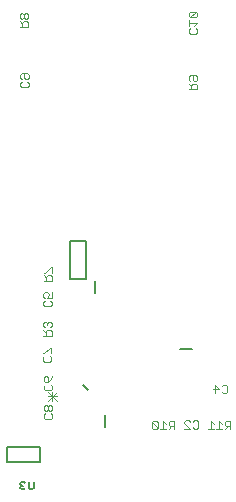
<source format=gbo>
G75*
%MOIN*%
%OFA0B0*%
%FSLAX25Y25*%
%IPPOS*%
%LPD*%
%AMOC8*
5,1,8,0,0,1.08239X$1,22.5*
%
%ADD10C,0.00600*%
%ADD11C,0.00300*%
%ADD12C,0.00200*%
%ADD13C,0.00500*%
%ADD14C,0.00800*%
D10*
X0039307Y0043552D02*
X0037707Y0045152D01*
X0045107Y0035252D02*
X0045107Y0031152D01*
X0041907Y0076052D02*
X0041907Y0080052D01*
X0070207Y0057152D02*
X0074207Y0057152D01*
D11*
X0029193Y0043118D02*
X0026057Y0039982D01*
X0029193Y0043118D01*
X0029193Y0041550D02*
X0026057Y0041550D01*
X0029193Y0041550D01*
X0029193Y0039982D02*
X0026057Y0043118D01*
X0029193Y0039982D01*
X0027625Y0039982D02*
X0027625Y0043118D01*
X0027625Y0039982D01*
D12*
X0027056Y0038596D02*
X0026589Y0038596D01*
X0026122Y0038129D01*
X0026122Y0037195D01*
X0026589Y0036728D01*
X0027056Y0036728D01*
X0027524Y0037195D01*
X0027524Y0038129D01*
X0027056Y0038596D01*
X0027056Y0035834D02*
X0027524Y0035367D01*
X0027524Y0034433D01*
X0027056Y0033966D01*
X0025188Y0033966D01*
X0024721Y0034433D01*
X0024721Y0035367D01*
X0025188Y0035834D01*
X0025188Y0036728D02*
X0025655Y0036728D01*
X0026122Y0037195D01*
X0026122Y0038129D02*
X0025655Y0038596D01*
X0025188Y0038596D01*
X0024721Y0038129D01*
X0024721Y0037195D01*
X0025188Y0036728D01*
X0025230Y0043566D02*
X0024763Y0044033D01*
X0024763Y0044967D01*
X0025230Y0045434D01*
X0025230Y0046328D02*
X0024763Y0046796D01*
X0024763Y0047730D01*
X0025230Y0048197D01*
X0025697Y0048197D01*
X0026164Y0047730D01*
X0026164Y0046328D01*
X0025230Y0046328D01*
X0025230Y0043566D02*
X0027099Y0043566D01*
X0027566Y0044033D01*
X0027566Y0044967D01*
X0027099Y0045434D01*
X0026164Y0046328D02*
X0027099Y0047263D01*
X0027566Y0048197D01*
X0026719Y0053098D02*
X0024850Y0053098D01*
X0024383Y0053565D01*
X0024383Y0054499D01*
X0024850Y0054966D01*
X0024850Y0055860D02*
X0024383Y0055860D01*
X0024850Y0055860D02*
X0026719Y0057729D01*
X0027186Y0057729D01*
X0027186Y0055860D01*
X0026719Y0054966D02*
X0027186Y0054499D01*
X0027186Y0053565D01*
X0026719Y0053098D01*
X0027316Y0061764D02*
X0024513Y0061764D01*
X0025447Y0061764D02*
X0025447Y0063166D01*
X0025914Y0063633D01*
X0026849Y0063633D01*
X0027316Y0063166D01*
X0027316Y0061764D01*
X0025447Y0062698D02*
X0024513Y0063633D01*
X0024980Y0064527D02*
X0024513Y0064994D01*
X0024513Y0065928D01*
X0024980Y0066395D01*
X0025447Y0066395D01*
X0025914Y0065928D01*
X0025914Y0065461D01*
X0025914Y0065928D02*
X0026381Y0066395D01*
X0026849Y0066395D01*
X0027316Y0065928D01*
X0027316Y0064994D01*
X0026849Y0064527D01*
X0026858Y0071503D02*
X0024990Y0071503D01*
X0024523Y0071970D01*
X0024523Y0072904D01*
X0024990Y0073371D01*
X0024990Y0074265D02*
X0024523Y0074732D01*
X0024523Y0075666D01*
X0024990Y0076133D01*
X0025924Y0076133D01*
X0026391Y0075666D01*
X0026391Y0075199D01*
X0025924Y0074265D01*
X0027325Y0074265D01*
X0027325Y0076133D01*
X0026858Y0073371D02*
X0027325Y0072904D01*
X0027325Y0071970D01*
X0026858Y0071503D01*
X0027492Y0079987D02*
X0024690Y0079987D01*
X0025624Y0079987D02*
X0025624Y0081388D01*
X0026091Y0081855D01*
X0027025Y0081855D01*
X0027492Y0081388D01*
X0027492Y0079987D01*
X0027492Y0082749D02*
X0027492Y0084617D01*
X0027025Y0084617D01*
X0025157Y0082749D01*
X0024690Y0082749D01*
X0024690Y0081855D02*
X0025624Y0080921D01*
X0019213Y0144505D02*
X0017345Y0144505D01*
X0016878Y0144973D01*
X0016878Y0145907D01*
X0017345Y0146374D01*
X0017345Y0147268D02*
X0016878Y0147735D01*
X0016878Y0148669D01*
X0017345Y0149136D01*
X0019213Y0149136D01*
X0019680Y0148669D01*
X0019680Y0147735D01*
X0019213Y0147268D01*
X0018746Y0147268D01*
X0018279Y0147735D01*
X0018279Y0149136D01*
X0019213Y0146374D02*
X0019680Y0145907D01*
X0019680Y0144973D01*
X0019213Y0144505D01*
X0019471Y0164607D02*
X0016669Y0164607D01*
X0017603Y0164607D02*
X0017603Y0166008D01*
X0018070Y0166475D01*
X0019004Y0166475D01*
X0019471Y0166008D01*
X0019471Y0164607D01*
X0019004Y0167369D02*
X0018537Y0167369D01*
X0018070Y0167836D01*
X0018070Y0168770D01*
X0017603Y0169237D01*
X0017136Y0169237D01*
X0016669Y0168770D01*
X0016669Y0167836D01*
X0017136Y0167369D01*
X0017603Y0167369D01*
X0018070Y0167836D01*
X0018070Y0168770D02*
X0018537Y0169237D01*
X0019004Y0169237D01*
X0019471Y0168770D01*
X0019471Y0167836D01*
X0019004Y0167369D01*
X0017603Y0165541D02*
X0016669Y0166475D01*
X0061257Y0033395D02*
X0060790Y0032928D01*
X0062658Y0031059D01*
X0062191Y0030592D01*
X0061257Y0030592D01*
X0060790Y0031059D01*
X0060790Y0032928D01*
X0061257Y0033395D02*
X0062191Y0033395D01*
X0062658Y0032928D01*
X0062658Y0031059D01*
X0063553Y0030592D02*
X0065421Y0030592D01*
X0066315Y0030592D02*
X0067249Y0031526D01*
X0066782Y0031526D02*
X0068183Y0031526D01*
X0068183Y0030592D02*
X0068183Y0033395D01*
X0066782Y0033395D01*
X0066315Y0032928D01*
X0066315Y0031993D01*
X0066782Y0031526D01*
X0065421Y0032461D02*
X0064487Y0033395D01*
X0064487Y0030592D01*
X0071580Y0030692D02*
X0073448Y0030692D01*
X0071580Y0032560D01*
X0071580Y0033027D01*
X0072047Y0033494D01*
X0072981Y0033494D01*
X0073448Y0033027D01*
X0074342Y0033027D02*
X0074809Y0033494D01*
X0075743Y0033494D01*
X0076210Y0033027D01*
X0076210Y0031159D01*
X0075743Y0030692D01*
X0074809Y0030692D01*
X0074342Y0031159D01*
X0079535Y0030550D02*
X0081404Y0030550D01*
X0082298Y0030550D02*
X0084166Y0030550D01*
X0085060Y0030550D02*
X0085994Y0031485D01*
X0085527Y0031485D02*
X0086928Y0031485D01*
X0086928Y0030550D02*
X0086928Y0033353D01*
X0085527Y0033353D01*
X0085060Y0032886D01*
X0085060Y0031952D01*
X0085527Y0031485D01*
X0084166Y0032419D02*
X0083232Y0033353D01*
X0083232Y0030550D01*
X0081404Y0032419D02*
X0080470Y0033353D01*
X0080470Y0030550D01*
X0081755Y0042549D02*
X0081755Y0045351D01*
X0083157Y0043950D01*
X0081288Y0043950D01*
X0084051Y0043016D02*
X0084518Y0042549D01*
X0085452Y0042549D01*
X0085919Y0043016D01*
X0085919Y0044884D01*
X0085452Y0045351D01*
X0084518Y0045351D01*
X0084051Y0044884D01*
X0075780Y0143897D02*
X0072978Y0143897D01*
X0073912Y0143897D02*
X0073912Y0145298D01*
X0074379Y0145765D01*
X0075313Y0145765D01*
X0075780Y0145298D01*
X0075780Y0143897D01*
X0075313Y0146659D02*
X0074846Y0146659D01*
X0074379Y0147126D01*
X0074379Y0148527D01*
X0073445Y0148527D02*
X0075313Y0148527D01*
X0075780Y0148060D01*
X0075780Y0147126D01*
X0075313Y0146659D01*
X0073445Y0146659D02*
X0072978Y0147126D01*
X0072978Y0148060D01*
X0073445Y0148527D01*
X0072978Y0145765D02*
X0073912Y0144831D01*
X0073537Y0162356D02*
X0073070Y0162823D01*
X0073070Y0163757D01*
X0073537Y0164224D01*
X0073070Y0165118D02*
X0073070Y0166987D01*
X0073070Y0166052D02*
X0075873Y0166052D01*
X0074939Y0165118D01*
X0075406Y0164224D02*
X0075873Y0163757D01*
X0075873Y0162823D01*
X0075406Y0162356D01*
X0073537Y0162356D01*
X0073537Y0167881D02*
X0075406Y0169749D01*
X0073537Y0169749D01*
X0073070Y0169282D01*
X0073070Y0168348D01*
X0073537Y0167881D01*
X0075406Y0167881D01*
X0075873Y0168348D01*
X0075873Y0169282D01*
X0075406Y0169749D01*
D13*
X0038708Y0093290D02*
X0038708Y0080691D01*
X0033590Y0080691D01*
X0033590Y0093290D01*
X0038708Y0093290D01*
X0021371Y0013042D02*
X0021371Y0010957D01*
X0020954Y0010540D01*
X0020120Y0010540D01*
X0019703Y0010957D01*
X0019703Y0013042D01*
X0018609Y0012625D02*
X0018192Y0013042D01*
X0017358Y0013042D01*
X0016941Y0012625D01*
X0016941Y0012208D01*
X0017358Y0011791D01*
X0016941Y0011374D01*
X0016941Y0010957D01*
X0017358Y0010540D01*
X0018192Y0010540D01*
X0018609Y0010957D01*
X0017775Y0011791D02*
X0017358Y0011791D01*
D14*
X0012411Y0019726D02*
X0012411Y0024549D01*
X0023386Y0024549D01*
X0023386Y0019726D01*
X0012411Y0019726D01*
M02*

</source>
